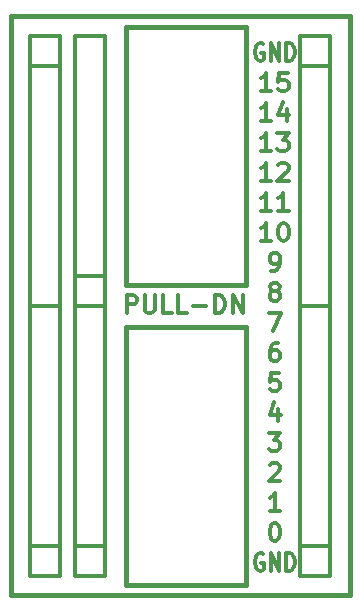
<source format=gto>
G04 (created by PCBNEW-RS274X (2011-07-08)-stable) date Thu 27 Oct 2011 07:18:31 PM CEST*
G01*
G70*
G90*
%MOIN*%
G04 Gerber Fmt 3.4, Leading zero omitted, Abs format*
%FSLAX34Y34*%
G04 APERTURE LIST*
%ADD10C,0.006000*%
%ADD11C,0.015000*%
%ADD12C,0.012000*%
%ADD13R,0.055000X0.055000*%
%ADD14C,0.055000*%
%ADD15O,0.080000X0.050000*%
G04 APERTURE END LIST*
G54D10*
G54D11*
X64950Y-33050D02*
X64950Y-13750D01*
X76250Y-33050D02*
X76250Y-13750D01*
X64950Y-33050D02*
X76250Y-33050D01*
X64950Y-13750D02*
X76250Y-13750D01*
G54D12*
X73369Y-14671D02*
X73321Y-14643D01*
X73250Y-14643D01*
X73178Y-14671D01*
X73131Y-14729D01*
X73107Y-14786D01*
X73083Y-14900D01*
X73083Y-14986D01*
X73107Y-15100D01*
X73131Y-15157D01*
X73178Y-15214D01*
X73250Y-15243D01*
X73298Y-15243D01*
X73369Y-15214D01*
X73393Y-15186D01*
X73393Y-14986D01*
X73298Y-14986D01*
X73607Y-15243D02*
X73607Y-14643D01*
X73893Y-15243D01*
X73893Y-14643D01*
X74131Y-15243D02*
X74131Y-14643D01*
X74250Y-14643D01*
X74322Y-14671D01*
X74369Y-14729D01*
X74393Y-14786D01*
X74417Y-14900D01*
X74417Y-14986D01*
X74393Y-15100D01*
X74369Y-15157D01*
X74322Y-15214D01*
X74250Y-15243D01*
X74131Y-15243D01*
X73551Y-23643D02*
X73951Y-23643D01*
X73694Y-24243D01*
X73865Y-24643D02*
X73751Y-24643D01*
X73694Y-24671D01*
X73665Y-24700D01*
X73608Y-24786D01*
X73579Y-24900D01*
X73579Y-25129D01*
X73608Y-25186D01*
X73636Y-25214D01*
X73694Y-25243D01*
X73808Y-25243D01*
X73865Y-25214D01*
X73894Y-25186D01*
X73922Y-25129D01*
X73922Y-24986D01*
X73894Y-24929D01*
X73865Y-24900D01*
X73808Y-24871D01*
X73694Y-24871D01*
X73636Y-24900D01*
X73608Y-24929D01*
X73579Y-24986D01*
X73894Y-25643D02*
X73608Y-25643D01*
X73579Y-25929D01*
X73608Y-25900D01*
X73665Y-25871D01*
X73808Y-25871D01*
X73865Y-25900D01*
X73894Y-25929D01*
X73922Y-25986D01*
X73922Y-26129D01*
X73894Y-26186D01*
X73865Y-26214D01*
X73808Y-26243D01*
X73665Y-26243D01*
X73608Y-26214D01*
X73579Y-26186D01*
X73865Y-26843D02*
X73865Y-27243D01*
X73722Y-26614D02*
X73579Y-27043D01*
X73951Y-27043D01*
X73551Y-27643D02*
X73922Y-27643D01*
X73722Y-27871D01*
X73808Y-27871D01*
X73865Y-27900D01*
X73894Y-27929D01*
X73922Y-27986D01*
X73922Y-28129D01*
X73894Y-28186D01*
X73865Y-28214D01*
X73808Y-28243D01*
X73636Y-28243D01*
X73579Y-28214D01*
X73551Y-28186D01*
X73579Y-28700D02*
X73608Y-28671D01*
X73665Y-28643D01*
X73808Y-28643D01*
X73865Y-28671D01*
X73894Y-28700D01*
X73922Y-28757D01*
X73922Y-28814D01*
X73894Y-28900D01*
X73551Y-29243D01*
X73922Y-29243D01*
X73722Y-30643D02*
X73779Y-30643D01*
X73836Y-30671D01*
X73865Y-30700D01*
X73894Y-30757D01*
X73922Y-30871D01*
X73922Y-31014D01*
X73894Y-31129D01*
X73865Y-31186D01*
X73836Y-31214D01*
X73779Y-31243D01*
X73722Y-31243D01*
X73665Y-31214D01*
X73636Y-31186D01*
X73608Y-31129D01*
X73579Y-31014D01*
X73579Y-30871D01*
X73608Y-30757D01*
X73636Y-30700D01*
X73665Y-30671D01*
X73722Y-30643D01*
X73922Y-30243D02*
X73579Y-30243D01*
X73751Y-30243D02*
X73751Y-29643D01*
X73694Y-29729D01*
X73636Y-29786D01*
X73579Y-29814D01*
X73369Y-31671D02*
X73321Y-31643D01*
X73250Y-31643D01*
X73178Y-31671D01*
X73131Y-31729D01*
X73107Y-31786D01*
X73083Y-31900D01*
X73083Y-31986D01*
X73107Y-32100D01*
X73131Y-32157D01*
X73178Y-32214D01*
X73250Y-32243D01*
X73298Y-32243D01*
X73369Y-32214D01*
X73393Y-32186D01*
X73393Y-31986D01*
X73298Y-31986D01*
X73607Y-32243D02*
X73607Y-31643D01*
X73893Y-32243D01*
X73893Y-31643D01*
X74131Y-32243D02*
X74131Y-31643D01*
X74250Y-31643D01*
X74322Y-31671D01*
X74369Y-31729D01*
X74393Y-31786D01*
X74417Y-31900D01*
X74417Y-31986D01*
X74393Y-32100D01*
X74369Y-32157D01*
X74322Y-32214D01*
X74250Y-32243D01*
X74131Y-32243D01*
X73694Y-22900D02*
X73636Y-22871D01*
X73608Y-22843D01*
X73579Y-22786D01*
X73579Y-22757D01*
X73608Y-22700D01*
X73636Y-22671D01*
X73694Y-22643D01*
X73808Y-22643D01*
X73865Y-22671D01*
X73894Y-22700D01*
X73922Y-22757D01*
X73922Y-22786D01*
X73894Y-22843D01*
X73865Y-22871D01*
X73808Y-22900D01*
X73694Y-22900D01*
X73636Y-22929D01*
X73608Y-22957D01*
X73579Y-23014D01*
X73579Y-23129D01*
X73608Y-23186D01*
X73636Y-23214D01*
X73694Y-23243D01*
X73808Y-23243D01*
X73865Y-23214D01*
X73894Y-23186D01*
X73922Y-23129D01*
X73922Y-23014D01*
X73894Y-22957D01*
X73865Y-22929D01*
X73808Y-22900D01*
X73636Y-22243D02*
X73751Y-22243D01*
X73808Y-22214D01*
X73836Y-22186D01*
X73894Y-22100D01*
X73922Y-21986D01*
X73922Y-21757D01*
X73894Y-21700D01*
X73865Y-21671D01*
X73808Y-21643D01*
X73694Y-21643D01*
X73636Y-21671D01*
X73608Y-21700D01*
X73579Y-21757D01*
X73579Y-21900D01*
X73608Y-21957D01*
X73636Y-21986D01*
X73694Y-22014D01*
X73808Y-22014D01*
X73865Y-21986D01*
X73894Y-21957D01*
X73922Y-21900D01*
X73636Y-21243D02*
X73293Y-21243D01*
X73465Y-21243D02*
X73465Y-20643D01*
X73408Y-20729D01*
X73350Y-20786D01*
X73293Y-20814D01*
X74007Y-20643D02*
X74064Y-20643D01*
X74121Y-20671D01*
X74150Y-20700D01*
X74179Y-20757D01*
X74207Y-20871D01*
X74207Y-21014D01*
X74179Y-21129D01*
X74150Y-21186D01*
X74121Y-21214D01*
X74064Y-21243D01*
X74007Y-21243D01*
X73950Y-21214D01*
X73921Y-21186D01*
X73893Y-21129D01*
X73864Y-21014D01*
X73864Y-20871D01*
X73893Y-20757D01*
X73921Y-20700D01*
X73950Y-20671D01*
X74007Y-20643D01*
X73636Y-20243D02*
X73293Y-20243D01*
X73465Y-20243D02*
X73465Y-19643D01*
X73408Y-19729D01*
X73350Y-19786D01*
X73293Y-19814D01*
X74207Y-20243D02*
X73864Y-20243D01*
X74036Y-20243D02*
X74036Y-19643D01*
X73979Y-19729D01*
X73921Y-19786D01*
X73864Y-19814D01*
X73636Y-19243D02*
X73293Y-19243D01*
X73465Y-19243D02*
X73465Y-18643D01*
X73408Y-18729D01*
X73350Y-18786D01*
X73293Y-18814D01*
X73864Y-18700D02*
X73893Y-18671D01*
X73950Y-18643D01*
X74093Y-18643D01*
X74150Y-18671D01*
X74179Y-18700D01*
X74207Y-18757D01*
X74207Y-18814D01*
X74179Y-18900D01*
X73836Y-19243D01*
X74207Y-19243D01*
X73636Y-18243D02*
X73293Y-18243D01*
X73465Y-18243D02*
X73465Y-17643D01*
X73408Y-17729D01*
X73350Y-17786D01*
X73293Y-17814D01*
X73836Y-17643D02*
X74207Y-17643D01*
X74007Y-17871D01*
X74093Y-17871D01*
X74150Y-17900D01*
X74179Y-17929D01*
X74207Y-17986D01*
X74207Y-18129D01*
X74179Y-18186D01*
X74150Y-18214D01*
X74093Y-18243D01*
X73921Y-18243D01*
X73864Y-18214D01*
X73836Y-18186D01*
X73636Y-17243D02*
X73293Y-17243D01*
X73465Y-17243D02*
X73465Y-16643D01*
X73408Y-16729D01*
X73350Y-16786D01*
X73293Y-16814D01*
X74150Y-16843D02*
X74150Y-17243D01*
X74007Y-16614D02*
X73864Y-17043D01*
X74236Y-17043D01*
X73636Y-16243D02*
X73293Y-16243D01*
X73465Y-16243D02*
X73465Y-15643D01*
X73408Y-15729D01*
X73350Y-15786D01*
X73293Y-15814D01*
X74179Y-15643D02*
X73893Y-15643D01*
X73864Y-15929D01*
X73893Y-15900D01*
X73950Y-15871D01*
X74093Y-15871D01*
X74150Y-15900D01*
X74179Y-15929D01*
X74207Y-15986D01*
X74207Y-16129D01*
X74179Y-16186D01*
X74150Y-16214D01*
X74093Y-16243D01*
X73950Y-16243D01*
X73893Y-16214D01*
X73864Y-16186D01*
X68807Y-23643D02*
X68807Y-23043D01*
X69035Y-23043D01*
X69093Y-23071D01*
X69121Y-23100D01*
X69150Y-23157D01*
X69150Y-23243D01*
X69121Y-23300D01*
X69093Y-23329D01*
X69035Y-23357D01*
X68807Y-23357D01*
X69407Y-23043D02*
X69407Y-23529D01*
X69435Y-23586D01*
X69464Y-23614D01*
X69521Y-23643D01*
X69635Y-23643D01*
X69693Y-23614D01*
X69721Y-23586D01*
X69750Y-23529D01*
X69750Y-23043D01*
X70322Y-23643D02*
X70036Y-23643D01*
X70036Y-23043D01*
X70808Y-23643D02*
X70522Y-23643D01*
X70522Y-23043D01*
X71008Y-23414D02*
X71465Y-23414D01*
X71751Y-23643D02*
X71751Y-23043D01*
X71894Y-23043D01*
X71979Y-23071D01*
X72037Y-23129D01*
X72065Y-23186D01*
X72094Y-23300D01*
X72094Y-23386D01*
X72065Y-23500D01*
X72037Y-23557D01*
X71979Y-23614D01*
X71894Y-23643D01*
X71751Y-23643D01*
X72351Y-23643D02*
X72351Y-23043D01*
X72694Y-23643D01*
X72694Y-23043D01*
X67100Y-14400D02*
X68100Y-14400D01*
X68100Y-14400D02*
X68100Y-23400D01*
X68100Y-23400D02*
X67100Y-23400D01*
X67100Y-14400D02*
X67100Y-23400D01*
X67100Y-22400D02*
X68100Y-22400D01*
X75600Y-23400D02*
X74600Y-23400D01*
X74600Y-23400D02*
X74600Y-14400D01*
X74600Y-14400D02*
X75600Y-14400D01*
X75600Y-23400D02*
X75600Y-14400D01*
X75600Y-15400D02*
X74600Y-15400D01*
X74600Y-23400D02*
X75600Y-23400D01*
X75600Y-23400D02*
X75600Y-32400D01*
X75600Y-32400D02*
X74600Y-32400D01*
X74600Y-23400D02*
X74600Y-32400D01*
X74600Y-31400D02*
X75600Y-31400D01*
X65600Y-23400D02*
X66600Y-23400D01*
X66600Y-23400D02*
X66600Y-32400D01*
X66600Y-32400D02*
X65600Y-32400D01*
X65600Y-23400D02*
X65600Y-32400D01*
X65600Y-31400D02*
X66600Y-31400D01*
X66600Y-23400D02*
X65600Y-23400D01*
X65600Y-23400D02*
X65600Y-14400D01*
X65600Y-14400D02*
X66600Y-14400D01*
X66600Y-23400D02*
X66600Y-14400D01*
X66600Y-15400D02*
X65600Y-15400D01*
G54D11*
X72800Y-24100D02*
X72800Y-32700D01*
X68800Y-32700D02*
X68800Y-24100D01*
X68800Y-32700D02*
X72800Y-32700D01*
X68800Y-24100D02*
X72800Y-24100D01*
X72800Y-14100D02*
X72800Y-22700D01*
X68800Y-22700D02*
X68800Y-14100D01*
X68800Y-22700D02*
X72800Y-22700D01*
X68800Y-14100D02*
X72800Y-14100D01*
G54D12*
X67100Y-23400D02*
X68100Y-23400D01*
X68100Y-23400D02*
X68100Y-32400D01*
X68100Y-32400D02*
X67100Y-32400D01*
X67100Y-23400D02*
X67100Y-32400D01*
X67100Y-31400D02*
X68100Y-31400D01*
%LPC*%
G54D13*
X67600Y-22900D03*
G54D14*
X67600Y-21900D03*
X67600Y-20900D03*
X67600Y-19900D03*
X67600Y-18900D03*
X67600Y-17900D03*
X67600Y-16900D03*
X67600Y-15900D03*
X67600Y-14900D03*
G54D13*
X75100Y-14900D03*
G54D14*
X75100Y-15900D03*
X75100Y-16900D03*
X75100Y-17900D03*
X75100Y-18900D03*
X75100Y-19900D03*
X75100Y-20900D03*
X75100Y-21900D03*
X75100Y-22900D03*
G54D13*
X75100Y-31900D03*
G54D14*
X75100Y-30900D03*
X75100Y-29900D03*
X75100Y-28900D03*
X75100Y-27900D03*
X75100Y-26900D03*
X75100Y-25900D03*
X75100Y-24900D03*
X75100Y-23900D03*
G54D13*
X66100Y-31900D03*
G54D14*
X66100Y-30900D03*
X66100Y-29900D03*
X66100Y-28900D03*
X66100Y-27900D03*
X66100Y-26900D03*
X66100Y-25900D03*
X66100Y-24900D03*
X66100Y-23900D03*
G54D13*
X66100Y-14900D03*
G54D14*
X66100Y-15900D03*
X66100Y-16900D03*
X66100Y-17900D03*
X66100Y-18900D03*
X66100Y-19900D03*
X66100Y-20900D03*
X66100Y-21900D03*
X66100Y-22900D03*
G54D15*
X72300Y-31900D03*
X72300Y-30900D03*
X72300Y-29900D03*
X72300Y-28900D03*
X72300Y-27900D03*
X72300Y-26900D03*
X72300Y-25900D03*
X72300Y-24900D03*
X69300Y-24900D03*
X69300Y-25900D03*
X69300Y-26900D03*
X69300Y-27900D03*
X69300Y-28900D03*
X69300Y-29900D03*
X69300Y-30900D03*
X69300Y-31900D03*
X72300Y-21900D03*
X72300Y-20900D03*
X72300Y-19900D03*
X72300Y-18900D03*
X72300Y-17900D03*
X72300Y-16900D03*
X72300Y-15900D03*
X72300Y-14900D03*
X69300Y-14900D03*
X69300Y-15900D03*
X69300Y-16900D03*
X69300Y-17900D03*
X69300Y-18900D03*
X69300Y-19900D03*
X69300Y-20900D03*
X69300Y-21900D03*
G54D13*
X67600Y-31900D03*
G54D14*
X67600Y-30900D03*
X67600Y-29900D03*
X67600Y-28900D03*
X67600Y-27900D03*
X67600Y-26900D03*
X67600Y-25900D03*
X67600Y-24900D03*
X67600Y-23900D03*
M02*

</source>
